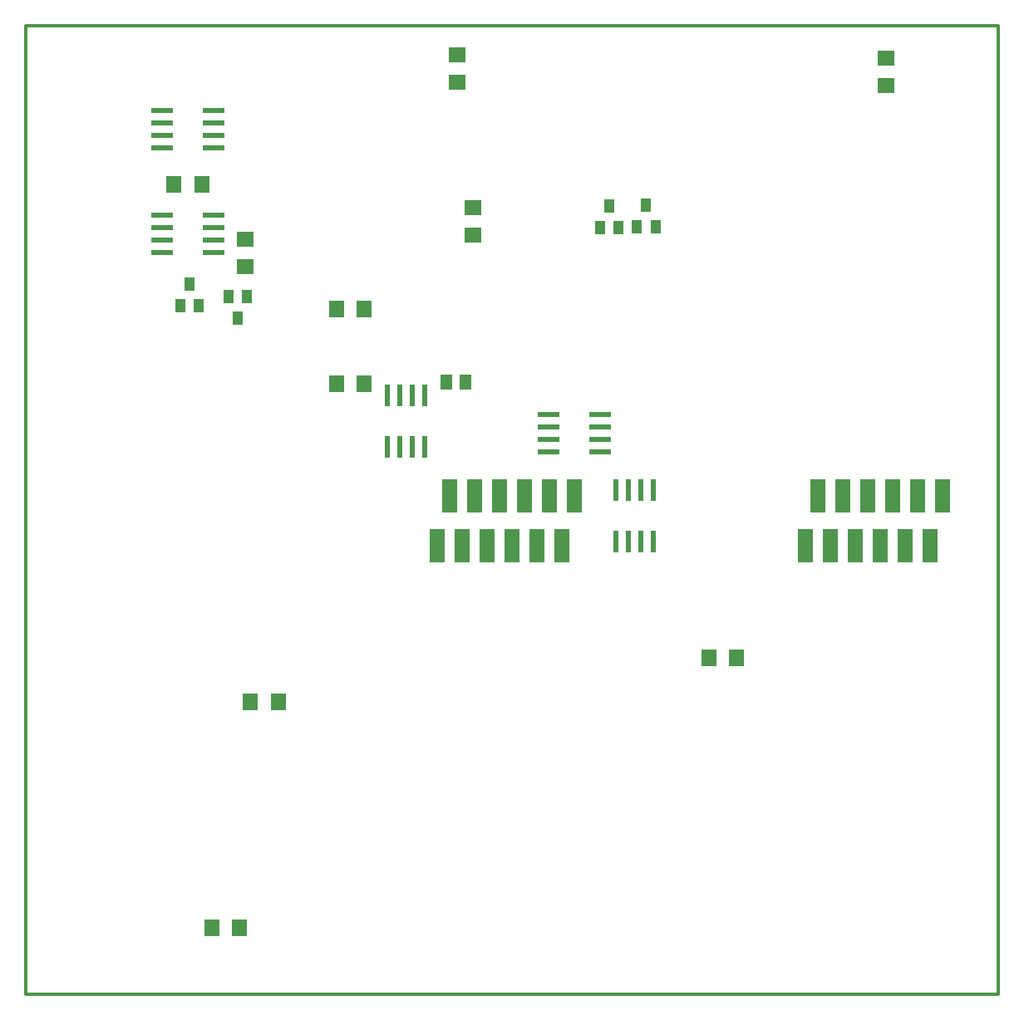
<source format=gbp>
G75*
G70*
%OFA0B0*%
%FSLAX24Y24*%
%IPPOS*%
%LPD*%
%AMOC8*
5,1,8,0,0,1.08239X$1,22.5*
%
%ADD10C,0.0120*%
%ADD11R,0.0591X0.1378*%
%ADD12R,0.0630X0.0709*%
%ADD13R,0.0709X0.0630*%
%ADD14R,0.0394X0.0551*%
%ADD15R,0.0236X0.0866*%
%ADD16R,0.0512X0.0591*%
%ADD17R,0.0866X0.0236*%
%ADD18R,0.0630X0.0710*%
%ADD19R,0.0710X0.0630*%
D10*
X001767Y017570D02*
X001767Y056440D01*
X040759Y056440D01*
X040759Y017570D01*
X001767Y017570D01*
D11*
X018267Y035570D03*
X019267Y035570D03*
X020267Y035570D03*
X021267Y035570D03*
X022267Y035570D03*
X023267Y035570D03*
X023767Y037570D03*
X022767Y037570D03*
X021767Y037570D03*
X020767Y037570D03*
X019767Y037570D03*
X018767Y037570D03*
X033017Y035570D03*
X034017Y035570D03*
X035017Y035570D03*
X036017Y035570D03*
X037017Y035570D03*
X038017Y035570D03*
X038517Y037570D03*
X037517Y037570D03*
X036517Y037570D03*
X035517Y037570D03*
X034517Y037570D03*
X033517Y037570D03*
D12*
X030268Y031070D03*
X029165Y031070D03*
X015318Y042070D03*
X014215Y042070D03*
X014215Y045070D03*
X015318Y045070D03*
X011880Y029307D03*
X010778Y029307D03*
X010318Y020220D03*
X009215Y020220D03*
D13*
X019692Y048031D03*
X019692Y049134D03*
X019054Y054181D03*
X019054Y055284D03*
X036267Y055121D03*
X036267Y054019D03*
D14*
X026642Y049228D03*
X027016Y048362D03*
X026268Y048362D03*
X025528Y048349D03*
X024780Y048349D03*
X025154Y049215D03*
X010641Y045565D03*
X009893Y045565D03*
X008703Y045199D03*
X007955Y045199D03*
X008329Y046065D03*
X010267Y044699D03*
D15*
X016267Y041594D03*
X016767Y041594D03*
X017267Y041594D03*
X017767Y041594D03*
X017767Y039546D03*
X017267Y039546D03*
X016767Y039546D03*
X016267Y039546D03*
X025417Y037794D03*
X025917Y037794D03*
X026417Y037794D03*
X026917Y037794D03*
X026917Y035746D03*
X026417Y035746D03*
X025917Y035746D03*
X025417Y035746D03*
D16*
X019391Y042145D03*
X018643Y042145D03*
D17*
X022743Y040820D03*
X022743Y040320D03*
X022743Y039820D03*
X022743Y039320D03*
X024790Y039320D03*
X024790Y039820D03*
X024790Y040320D03*
X024790Y040820D03*
X009290Y047320D03*
X009290Y047820D03*
X009290Y048320D03*
X009290Y048820D03*
X007243Y048820D03*
X007243Y048320D03*
X007243Y047820D03*
X007243Y047320D03*
X007243Y051520D03*
X007243Y052020D03*
X007243Y052520D03*
X007243Y053020D03*
X009290Y053020D03*
X009290Y052520D03*
X009290Y052020D03*
X009290Y051520D03*
D18*
X008827Y050070D03*
X007707Y050070D03*
D19*
X010567Y047880D03*
X010567Y046760D03*
M02*

</source>
